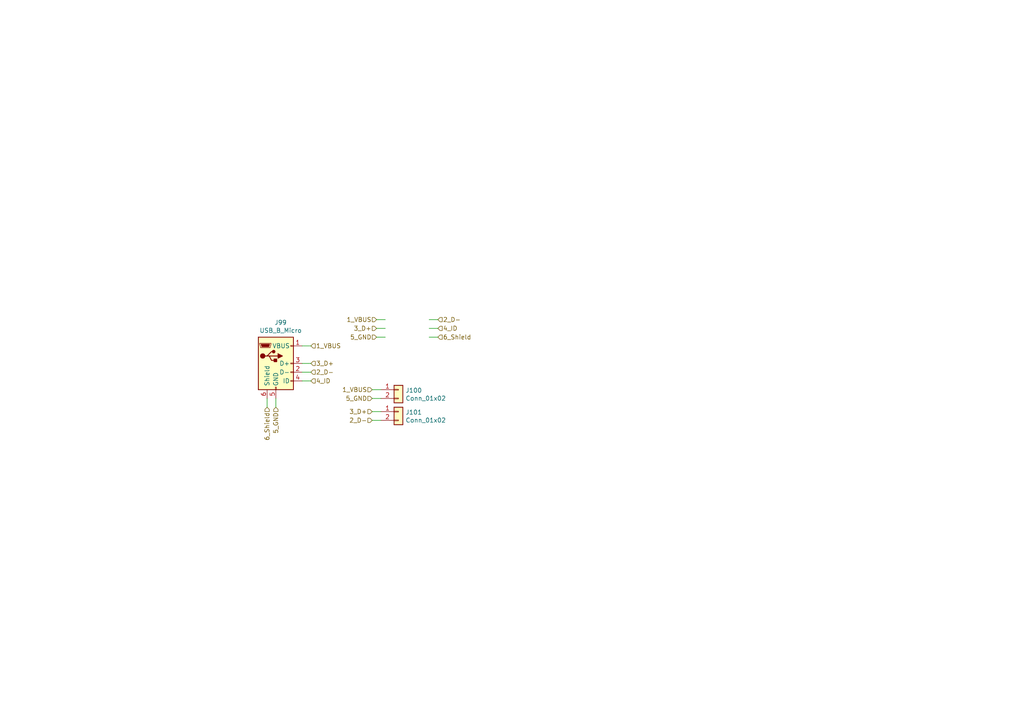
<source format=kicad_sch>
(kicad_sch (version 20210621) (generator eeschema)
  (paper "A4")
  (lib_symbols
    (symbol "FreeEEG32-ads131-rescue:Conn_01x02-Connector_Generic" (pin_names (offset 1.016) hide)
      (property "Reference" "J" (at 0 2.54 0))
      (property "Value" "Conn_01x02-Connector_Generic" (at 0 -5.08 0))
      (symbol "Conn_01x02-Connector_Generic_1_1"
        (rectangle (start -1.27 -2.413) (end 0 -2.667) (stroke (width 0.1524)))
        (rectangle (start -1.27 0.127) (end 0 -0.127) (stroke (width 0.1524)))
        (rectangle (start -1.27 1.27) (end 1.27 -3.81) (stroke (width 0.254)) (fill (type background)))
        (pin passive line (at -5.08 0 0) (length 3.81) (name "Pin_1") (number "1"))
        (pin passive line (at -5.08 -2.54 0) (length 3.81) (name "Pin_2") (number "2"))
      )
    )
    (symbol "FreeEEG32-ads131-rescue:USB_B_Micro-Connector" (pin_names (offset 1.016))
      (property "Reference" "J" (at -5.08 11.43 0))
      (property "Value" "USB_B_Micro-Connector" (at -5.08 8.89 0))
      (symbol "USB_B_Micro-Connector_0_1"
        (circle (center -3.81 2.159) (radius 0.635) (stroke (width 0.254)) (fill (type outline)))
        (circle (center -0.635 3.429) (radius 0.381) (stroke (width 0.254)) (fill (type outline)))
        (rectangle (start -0.127 -7.62) (end 0.127 -6.858))
        (rectangle (start 5.08 -5.207) (end 4.318 -4.953))
        (rectangle (start 5.08 -2.667) (end 4.318 -2.413))
        (rectangle (start 5.08 -0.127) (end 4.318 0.127))
        (rectangle (start 5.08 4.953) (end 4.318 5.207))
        (rectangle (start 0.254 1.27) (end -0.508 0.508) (stroke (width 0.254)) (fill (type outline)))
        (rectangle (start -5.08 -7.62) (end 5.08 7.62) (stroke (width 0.254)) (fill (type background)))
        (polyline (pts (xy -1.905 2.159) (xy 0.635 2.159)) (stroke (width 0.254)))
        (polyline (pts (xy -3.175 2.159) (xy -2.54 2.159) (xy -1.27 3.429) (xy -0.635 3.429)) (stroke (width 0.254)))
        (polyline (pts (xy -2.54 2.159) (xy -1.905 2.159) (xy -1.27 0.889) (xy 0 0.889)) (stroke (width 0.254)))
        (polyline (pts (xy -4.699 5.842) (xy -4.699 5.588) (xy -4.445 4.826) (xy -4.445 4.572) (xy -1.651 4.572) (xy -1.651 4.826) (xy -1.397 5.588) (xy -1.397 5.842) (xy -4.699 5.842)))
        (polyline (pts (xy 0.635 2.794) (xy 0.635 1.524) (xy 1.905 2.159) (xy 0.635 2.794)) (stroke (width 0.254)) (fill (type outline)))
        (polyline (pts (xy -4.318 5.588) (xy -1.778 5.588) (xy -2.032 4.826) (xy -4.064 4.826) (xy -4.318 5.588)) (fill (type outline)))
      )
      (symbol "USB_B_Micro-Connector_1_1"
        (pin power_out line (at 7.62 5.08 180) (length 2.54) (name "VBUS") (number "1"))
        (pin passive line (at 7.62 -2.54 180) (length 2.54) (name "D-") (number "2"))
        (pin passive line (at 7.62 0 180) (length 2.54) (name "D+") (number "3"))
        (pin passive line (at 7.62 -5.08 180) (length 2.54) (name "ID") (number "4"))
        (pin power_out line (at 0 -10.16 90) (length 2.54) (name "GND") (number "5"))
        (pin passive line (at -2.54 -10.16 90) (length 2.54) (name "Shield") (number "6"))
      )
    )
  )
  (wire (pts (xy 77.47 118.11) (xy 77.47 115.57)))
  (wire (pts (xy 80.01 118.11) (xy 80.01 115.57)))
  (wire (pts (xy 90.17 100.33) (xy 87.63 100.33)))
  (wire (pts (xy 90.17 105.41) (xy 87.63 105.41)))
  (wire (pts (xy 90.17 107.95) (xy 87.63 107.95)))
  (wire (pts (xy 90.17 110.49) (xy 87.63 110.49)))
  (wire (pts (xy 107.95 113.03) (xy 110.49 113.03)))
  (wire (pts (xy 107.95 115.57) (xy 110.49 115.57)))
  (wire (pts (xy 107.95 119.38) (xy 110.49 119.38)))
  (wire (pts (xy 107.95 121.92) (xy 110.49 121.92)))
  (wire (pts (xy 109.22 92.71) (xy 111.76 92.71)))
  (wire (pts (xy 109.22 95.25) (xy 111.76 95.25)))
  (wire (pts (xy 109.22 97.79) (xy 111.76 97.79)))
  (wire (pts (xy 127 92.71) (xy 124.46 92.71)))
  (wire (pts (xy 127 95.25) (xy 124.46 95.25)))
  (wire (pts (xy 127 97.79) (xy 124.46 97.79)))
  (hierarchical_label "6_Shield" (shape input) (at 77.47 118.11 270))
  (hierarchical_label "5_GND" (shape input) (at 80.01 118.11 270))
  (hierarchical_label "1_VBUS" (shape input) (at 90.17 100.33 0))
  (hierarchical_label "3_D+" (shape input) (at 90.17 105.41 0))
  (hierarchical_label "2_D-" (shape input) (at 90.17 107.95 0))
  (hierarchical_label "4_ID" (shape input) (at 90.17 110.49 0))
  (hierarchical_label "1_VBUS" (shape input) (at 107.95 113.03 180))
  (hierarchical_label "5_GND" (shape input) (at 107.95 115.57 180))
  (hierarchical_label "3_D+" (shape input) (at 107.95 119.38 180))
  (hierarchical_label "2_D-" (shape input) (at 107.95 121.92 180))
  (hierarchical_label "1_VBUS" (shape input) (at 109.22 92.71 180))
  (hierarchical_label "3_D+" (shape input) (at 109.22 95.25 180))
  (hierarchical_label "5_GND" (shape input) (at 109.22 97.79 180))
  (hierarchical_label "2_D-" (shape input) (at 127 92.71 0))
  (hierarchical_label "4_ID" (shape input) (at 127 95.25 0))
  (hierarchical_label "6_Shield" (shape input) (at 127 97.79 0))
  (symbol (lib_id "FreeEEG32-ads131-rescue:Conn_01x02-Connector_Generic") (at 115.57 113.03 0) (unit 1)
    (property "Reference" "J100" (at 117.602 113.2332 0) (effects (justify left)))
    (property "Value" "Conn_01x02" (at 117.602 115.5446 0) (effects (justify left)))
    (property "Footprint" "Connector_PinHeader_2.54mm:PinHeader_2x01_P2.54mm_Horizontal" (effects hide))
    (property "MNP" "PREC001DBAN-M71RC" (effects hide))
  )
  (symbol (lib_id "FreeEEG32-ads131-rescue:Conn_01x02-Connector_Generic") (at 115.57 119.38 0) (unit 1)
    (property "Reference" "J101" (at 117.602 119.5832 0) (effects (justify left)))
    (property "Value" "Conn_01x02" (at 117.602 121.8946 0) (effects (justify left)))
    (property "Footprint" "Connector_PinHeader_2.54mm:PinHeader_2x01_P2.54mm_Horizontal" (effects hide))
    (property "MNP" "PREC001DBAN-M71RC" (effects hide))
  )
  (symbol (lib_id "FreeEEG32-ads131-rescue:USB_B_Micro-Connector") (at 80.01 105.41 0) (unit 1)
    (property "Reference" "J99" (at 81.407 93.5482 0))
    (property "Value" "USB_B_Micro" (at 81.407 95.8596 0))
    (property "Footprint" "Connector_USB:USB_Micro-B_Molex-105017-0001" (effects hide))
    (property "MNP" "105017-0001" (effects hide))
    (property "Manufacturer" "Molex" (effects hide))
  )
)
</source>
